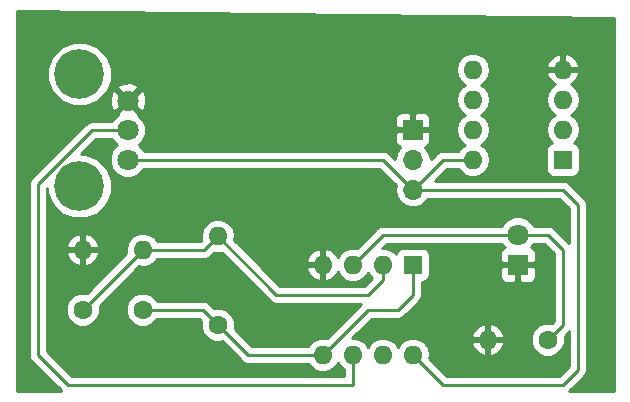
<source format=gbr>
G04 #@! TF.GenerationSoftware,KiCad,Pcbnew,(5.0.0-3-g5ebb6b6)*
G04 #@! TF.CreationDate,2018-09-05T20:54:59-07:00*
G04 #@! TF.ProjectId,Light Sensor with TH,4C696768742053656E736F7220776974,rev?*
G04 #@! TF.SameCoordinates,Original*
G04 #@! TF.FileFunction,Copper,L1,Top,Signal*
G04 #@! TF.FilePolarity,Positive*
%FSLAX46Y46*%
G04 Gerber Fmt 4.6, Leading zero omitted, Abs format (unit mm)*
G04 Created by KiCad (PCBNEW (5.0.0-3-g5ebb6b6)) date Wednesday, September 05, 2018 at 08:54:59 PM*
%MOMM*%
%LPD*%
G01*
G04 APERTURE LIST*
G04 #@! TA.AperFunction,ComponentPad*
%ADD10C,1.600000*%
G04 #@! TD*
G04 #@! TA.AperFunction,ComponentPad*
%ADD11O,1.600000X1.600000*%
G04 #@! TD*
G04 #@! TA.AperFunction,ComponentPad*
%ADD12R,1.700000X1.700000*%
G04 #@! TD*
G04 #@! TA.AperFunction,ComponentPad*
%ADD13O,1.700000X1.700000*%
G04 #@! TD*
G04 #@! TA.AperFunction,ComponentPad*
%ADD14R,1.800000X1.800000*%
G04 #@! TD*
G04 #@! TA.AperFunction,ComponentPad*
%ADD15C,1.800000*%
G04 #@! TD*
G04 #@! TA.AperFunction,ComponentPad*
%ADD16R,1.600000X1.600000*%
G04 #@! TD*
G04 #@! TA.AperFunction,ComponentPad*
%ADD17C,4.200000*%
G04 #@! TD*
G04 #@! TA.AperFunction,ViaPad*
%ADD18C,0.800000*%
G04 #@! TD*
G04 #@! TA.AperFunction,Conductor*
%ADD19C,0.250000*%
G04 #@! TD*
G04 #@! TA.AperFunction,Conductor*
%ADD20C,0.254000*%
G04 #@! TD*
G04 APERTURE END LIST*
D10*
G04 #@! TO.P,C1,1*
G04 #@! TO.N,Net-(C1-Pad1)*
X143510000Y-101600000D03*
D11*
G04 #@! TO.P,C1,2*
G04 #@! TO.N,Net-(C1-Pad2)*
X143510000Y-94100000D03*
G04 #@! TD*
D12*
G04 #@! TO.P,J1,1*
G04 #@! TO.N,GND*
X160020000Y-85090000D03*
D13*
G04 #@! TO.P,J1,2*
G04 #@! TO.N,Net-(J1-Pad2)*
X160020000Y-87630000D03*
G04 #@! TO.P,J1,3*
G04 #@! TO.N,+3V3*
X160020000Y-90170000D03*
G04 #@! TD*
D14*
G04 #@! TO.P,D1,1*
G04 #@! TO.N,GND*
X168910000Y-96520000D03*
D15*
G04 #@! TO.P,D1,2*
G04 #@! TO.N,Net-(D1-Pad2)*
X168910000Y-93980000D03*
G04 #@! TD*
D11*
G04 #@! TO.P,U2,8*
G04 #@! TO.N,+3V3*
X165100000Y-87630000D03*
G04 #@! TO.P,U2,4*
G04 #@! TO.N,GND*
X172720000Y-80010000D03*
G04 #@! TO.P,U2,7*
G04 #@! TO.N,N/C*
X165100000Y-85090000D03*
G04 #@! TO.P,U2,3*
X172720000Y-82550000D03*
G04 #@! TO.P,U2,6*
X165100000Y-82550000D03*
G04 #@! TO.P,U2,2*
X172720000Y-85090000D03*
G04 #@! TO.P,U2,5*
X165100000Y-80010000D03*
D16*
G04 #@! TO.P,U2,1*
X172720000Y-87630000D03*
G04 #@! TD*
G04 #@! TO.P,U1,1*
G04 #@! TO.N,Net-(C1-Pad1)*
X160020000Y-96520000D03*
D11*
G04 #@! TO.P,U1,5*
X152400000Y-104140000D03*
G04 #@! TO.P,U1,2*
G04 #@! TO.N,Net-(C1-Pad2)*
X157480000Y-96520000D03*
G04 #@! TO.P,U1,6*
G04 #@! TO.N,Net-(RV1-Pad2)*
X154940000Y-104140000D03*
G04 #@! TO.P,U1,3*
G04 #@! TO.N,Net-(D1-Pad2)*
X154940000Y-96520000D03*
G04 #@! TO.P,U1,7*
G04 #@! TO.N,Net-(U1-Pad7)*
X157480000Y-104140000D03*
G04 #@! TO.P,U1,4*
G04 #@! TO.N,GND*
X152400000Y-96520000D03*
G04 #@! TO.P,U1,8*
G04 #@! TO.N,+3V3*
X160020000Y-104140000D03*
G04 #@! TD*
D15*
G04 #@! TO.P,RV1,3*
G04 #@! TO.N,GND*
X135890000Y-82630000D03*
G04 #@! TO.P,RV1,2*
G04 #@! TO.N,Net-(RV1-Pad2)*
X135890000Y-85130000D03*
G04 #@! TO.P,RV1,1*
G04 #@! TO.N,+3V3*
X135890000Y-87630000D03*
D17*
G04 #@! TO.P,RV1,*
G04 #@! TO.N,*
X131790000Y-80380000D03*
X131790000Y-89880000D03*
G04 #@! TD*
D10*
G04 #@! TO.P,R3,1*
G04 #@! TO.N,Net-(C1-Pad1)*
X137160000Y-100330000D03*
D11*
G04 #@! TO.P,R3,2*
G04 #@! TO.N,Net-(C1-Pad2)*
X137160000Y-95250000D03*
G04 #@! TD*
G04 #@! TO.P,R2,2*
G04 #@! TO.N,GND*
X166370000Y-102870000D03*
D10*
G04 #@! TO.P,R2,1*
G04 #@! TO.N,Net-(D1-Pad2)*
X171450000Y-102870000D03*
G04 #@! TD*
G04 #@! TO.P,R1,1*
G04 #@! TO.N,Net-(C1-Pad2)*
X132080000Y-100330000D03*
D11*
G04 #@! TO.P,R1,2*
G04 #@! TO.N,GND*
X132080000Y-95250000D03*
G04 #@! TD*
D18*
G04 #@! TO.N,GND*
X175260000Y-77470000D03*
X175260000Y-106680000D03*
X128270000Y-106680000D03*
X128270000Y-77470000D03*
G04 #@! TD*
D19*
G04 #@! TO.N,Net-(C1-Pad2)*
X157480000Y-96520000D02*
X157480000Y-97790000D01*
X157480000Y-97790000D02*
X156210000Y-99060000D01*
X148470000Y-99060000D02*
X143510000Y-94100000D01*
X156210000Y-99060000D02*
X148470000Y-99060000D01*
X132080000Y-100330000D02*
X137160000Y-95250000D01*
X142360000Y-95250000D02*
X143510000Y-94100000D01*
X137160000Y-95250000D02*
X142360000Y-95250000D01*
G04 #@! TO.N,Net-(D1-Pad2)*
X157480000Y-93980000D02*
X154940000Y-96520000D01*
X168910000Y-93980000D02*
X157480000Y-93980000D01*
X168910000Y-93980000D02*
X171450000Y-93980000D01*
X171450000Y-93980000D02*
X172720000Y-95250000D01*
X172720000Y-101600000D02*
X171450000Y-102870000D01*
X172720000Y-95250000D02*
X172720000Y-101600000D01*
G04 #@! TO.N,Net-(C1-Pad1)*
X160020000Y-96520000D02*
X160020000Y-97570000D01*
X142240000Y-100330000D02*
X143510000Y-101600000D01*
X137160000Y-100330000D02*
X142240000Y-100330000D01*
X146050000Y-104140000D02*
X143510000Y-101600000D01*
X152400000Y-104140000D02*
X146050000Y-104140000D01*
X152400000Y-104140000D02*
X156210000Y-100330000D01*
X156210000Y-100330000D02*
X158750000Y-100330000D01*
X160020000Y-99060000D02*
X160020000Y-96520000D01*
X158750000Y-100330000D02*
X160020000Y-99060000D01*
G04 #@! TO.N,Net-(RV1-Pad2)*
X154940000Y-104140000D02*
X154940000Y-106680000D01*
X154940000Y-106680000D02*
X130810000Y-106680000D01*
X130810000Y-106680000D02*
X128270000Y-104140000D01*
X134617208Y-85130000D02*
X135890000Y-85130000D01*
X132871078Y-85130000D02*
X134617208Y-85130000D01*
X128270000Y-89731078D02*
X132871078Y-85130000D01*
X128270000Y-104140000D02*
X128270000Y-89731078D01*
G04 #@! TO.N,+3V3*
X157480000Y-87630000D02*
X160020000Y-90170000D01*
X135890000Y-87630000D02*
X157480000Y-87630000D01*
X162560000Y-87630000D02*
X160020000Y-90170000D01*
X165100000Y-87630000D02*
X162560000Y-87630000D01*
X162560000Y-106680000D02*
X160020000Y-104140000D01*
X172720000Y-106680000D02*
X162560000Y-106680000D01*
X173990000Y-91440000D02*
X173990000Y-105410000D01*
X173990000Y-105410000D02*
X172720000Y-106680000D01*
X172720000Y-90170000D02*
X173990000Y-91440000D01*
X160020000Y-90170000D02*
X172720000Y-90170000D01*
G04 #@! TD*
D20*
G04 #@! TO.N,GND*
G36*
X177065001Y-75656091D02*
X177065000Y-107215000D01*
X173276568Y-107215000D01*
X173310331Y-107164470D01*
X174474473Y-106000329D01*
X174537929Y-105957929D01*
X174705904Y-105706537D01*
X174750000Y-105484852D01*
X174750000Y-105484848D01*
X174764888Y-105410001D01*
X174750000Y-105335154D01*
X174750000Y-91514846D01*
X174764888Y-91439999D01*
X174750000Y-91365152D01*
X174750000Y-91365148D01*
X174705904Y-91143463D01*
X174537929Y-90892071D01*
X174474473Y-90849671D01*
X173310331Y-89685530D01*
X173267929Y-89622071D01*
X173016537Y-89454096D01*
X172794852Y-89410000D01*
X172794847Y-89410000D01*
X172720000Y-89395112D01*
X172645153Y-89410000D01*
X161854802Y-89410000D01*
X162874803Y-88390000D01*
X163881957Y-88390000D01*
X164065423Y-88664577D01*
X164540091Y-88981740D01*
X164958667Y-89065000D01*
X165241333Y-89065000D01*
X165659909Y-88981740D01*
X166134577Y-88664577D01*
X166451740Y-88189909D01*
X166563113Y-87630000D01*
X166451740Y-87070091D01*
X166134577Y-86595423D01*
X165782242Y-86360000D01*
X166134577Y-86124577D01*
X166451740Y-85649909D01*
X166563113Y-85090000D01*
X166451740Y-84530091D01*
X166134577Y-84055423D01*
X165782242Y-83820000D01*
X166134577Y-83584577D01*
X166451740Y-83109909D01*
X166563113Y-82550000D01*
X171256887Y-82550000D01*
X171368260Y-83109909D01*
X171685423Y-83584577D01*
X172037758Y-83820000D01*
X171685423Y-84055423D01*
X171368260Y-84530091D01*
X171256887Y-85090000D01*
X171368260Y-85649909D01*
X171685423Y-86124577D01*
X171806106Y-86205215D01*
X171672235Y-86231843D01*
X171462191Y-86372191D01*
X171321843Y-86582235D01*
X171272560Y-86830000D01*
X171272560Y-88430000D01*
X171321843Y-88677765D01*
X171462191Y-88887809D01*
X171672235Y-89028157D01*
X171920000Y-89077440D01*
X173520000Y-89077440D01*
X173767765Y-89028157D01*
X173977809Y-88887809D01*
X174118157Y-88677765D01*
X174167440Y-88430000D01*
X174167440Y-86830000D01*
X174118157Y-86582235D01*
X173977809Y-86372191D01*
X173767765Y-86231843D01*
X173633894Y-86205215D01*
X173754577Y-86124577D01*
X174071740Y-85649909D01*
X174183113Y-85090000D01*
X174071740Y-84530091D01*
X173754577Y-84055423D01*
X173402242Y-83820000D01*
X173754577Y-83584577D01*
X174071740Y-83109909D01*
X174183113Y-82550000D01*
X174071740Y-81990091D01*
X173754577Y-81515423D01*
X173370892Y-81259053D01*
X173575134Y-81162389D01*
X173951041Y-80747423D01*
X174111904Y-80359039D01*
X173989915Y-80137000D01*
X172847000Y-80137000D01*
X172847000Y-80157000D01*
X172593000Y-80157000D01*
X172593000Y-80137000D01*
X171450085Y-80137000D01*
X171328096Y-80359039D01*
X171488959Y-80747423D01*
X171864866Y-81162389D01*
X172069108Y-81259053D01*
X171685423Y-81515423D01*
X171368260Y-81990091D01*
X171256887Y-82550000D01*
X166563113Y-82550000D01*
X166451740Y-81990091D01*
X166134577Y-81515423D01*
X165782242Y-81280000D01*
X166134577Y-81044577D01*
X166451740Y-80569909D01*
X166563113Y-80010000D01*
X166493685Y-79660961D01*
X171328096Y-79660961D01*
X171450085Y-79883000D01*
X172593000Y-79883000D01*
X172593000Y-78739371D01*
X172847000Y-78739371D01*
X172847000Y-79883000D01*
X173989915Y-79883000D01*
X174111904Y-79660961D01*
X173951041Y-79272577D01*
X173575134Y-78857611D01*
X173069041Y-78618086D01*
X172847000Y-78739371D01*
X172593000Y-78739371D01*
X172370959Y-78618086D01*
X171864866Y-78857611D01*
X171488959Y-79272577D01*
X171328096Y-79660961D01*
X166493685Y-79660961D01*
X166451740Y-79450091D01*
X166134577Y-78975423D01*
X165659909Y-78658260D01*
X165241333Y-78575000D01*
X164958667Y-78575000D01*
X164540091Y-78658260D01*
X164065423Y-78975423D01*
X163748260Y-79450091D01*
X163636887Y-80010000D01*
X163748260Y-80569909D01*
X164065423Y-81044577D01*
X164417758Y-81280000D01*
X164065423Y-81515423D01*
X163748260Y-81990091D01*
X163636887Y-82550000D01*
X163748260Y-83109909D01*
X164065423Y-83584577D01*
X164417758Y-83820000D01*
X164065423Y-84055423D01*
X163748260Y-84530091D01*
X163636887Y-85090000D01*
X163748260Y-85649909D01*
X164065423Y-86124577D01*
X164417758Y-86360000D01*
X164065423Y-86595423D01*
X163881957Y-86870000D01*
X162634846Y-86870000D01*
X162559999Y-86855112D01*
X162485152Y-86870000D01*
X162485148Y-86870000D01*
X162263463Y-86914096D01*
X162263461Y-86914097D01*
X162263462Y-86914097D01*
X162075526Y-87039671D01*
X162075524Y-87039673D01*
X162012071Y-87082071D01*
X161969673Y-87145524D01*
X161525980Y-87589218D01*
X161418839Y-87050582D01*
X161090625Y-86559375D01*
X161068967Y-86544904D01*
X161229698Y-86478327D01*
X161408327Y-86299699D01*
X161505000Y-86066310D01*
X161505000Y-85375750D01*
X161346250Y-85217000D01*
X160147000Y-85217000D01*
X160147000Y-85237000D01*
X159893000Y-85237000D01*
X159893000Y-85217000D01*
X158693750Y-85217000D01*
X158535000Y-85375750D01*
X158535000Y-86066310D01*
X158631673Y-86299699D01*
X158810302Y-86478327D01*
X158971033Y-86544904D01*
X158949375Y-86559375D01*
X158621161Y-87050582D01*
X158514020Y-87589219D01*
X158070331Y-87145530D01*
X158027929Y-87082071D01*
X157776537Y-86914096D01*
X157554852Y-86870000D01*
X157554847Y-86870000D01*
X157480000Y-86855112D01*
X157405153Y-86870000D01*
X137236669Y-86870000D01*
X137191310Y-86760493D01*
X136810817Y-86380000D01*
X137191310Y-85999507D01*
X137425000Y-85435330D01*
X137425000Y-84824670D01*
X137191310Y-84260493D01*
X137044507Y-84113690D01*
X158535000Y-84113690D01*
X158535000Y-84804250D01*
X158693750Y-84963000D01*
X159893000Y-84963000D01*
X159893000Y-83763750D01*
X160147000Y-83763750D01*
X160147000Y-84963000D01*
X161346250Y-84963000D01*
X161505000Y-84804250D01*
X161505000Y-84113690D01*
X161408327Y-83880301D01*
X161229698Y-83701673D01*
X160996309Y-83605000D01*
X160305750Y-83605000D01*
X160147000Y-83763750D01*
X159893000Y-83763750D01*
X159734250Y-83605000D01*
X159043691Y-83605000D01*
X158810302Y-83701673D01*
X158631673Y-83880301D01*
X158535000Y-84113690D01*
X137044507Y-84113690D01*
X136759507Y-83828690D01*
X136751710Y-83825461D01*
X136790554Y-83710159D01*
X135890000Y-82809605D01*
X134989446Y-83710159D01*
X135028290Y-83825461D01*
X135020493Y-83828690D01*
X134588690Y-84260493D01*
X134543331Y-84370000D01*
X132945925Y-84370000D01*
X132871078Y-84355112D01*
X132796231Y-84370000D01*
X132796226Y-84370000D01*
X132574541Y-84414096D01*
X132323149Y-84582071D01*
X132280749Y-84645527D01*
X127785528Y-89140749D01*
X127722072Y-89183149D01*
X127679672Y-89246605D01*
X127679671Y-89246606D01*
X127554097Y-89434541D01*
X127495112Y-89731078D01*
X127510001Y-89805930D01*
X127510000Y-104065153D01*
X127495112Y-104140000D01*
X127510000Y-104214847D01*
X127510000Y-104214851D01*
X127554096Y-104436536D01*
X127722071Y-104687929D01*
X127785530Y-104730331D01*
X130219673Y-107164476D01*
X130253432Y-107215000D01*
X126465000Y-107215000D01*
X126465000Y-79835975D01*
X129055000Y-79835975D01*
X129055000Y-80924025D01*
X129471379Y-81929253D01*
X130240747Y-82698621D01*
X131245975Y-83115000D01*
X132334025Y-83115000D01*
X133339253Y-82698621D01*
X133648538Y-82389336D01*
X134343542Y-82389336D01*
X134369161Y-82999460D01*
X134553357Y-83444148D01*
X134809841Y-83530554D01*
X135710395Y-82630000D01*
X136069605Y-82630000D01*
X136970159Y-83530554D01*
X137226643Y-83444148D01*
X137436458Y-82870664D01*
X137410839Y-82260540D01*
X137226643Y-81815852D01*
X136970159Y-81729446D01*
X136069605Y-82630000D01*
X135710395Y-82630000D01*
X134809841Y-81729446D01*
X134553357Y-81815852D01*
X134343542Y-82389336D01*
X133648538Y-82389336D01*
X134108621Y-81929253D01*
X134265778Y-81549841D01*
X134989446Y-81549841D01*
X135890000Y-82450395D01*
X136790554Y-81549841D01*
X136704148Y-81293357D01*
X136130664Y-81083542D01*
X135520540Y-81109161D01*
X135075852Y-81293357D01*
X134989446Y-81549841D01*
X134265778Y-81549841D01*
X134525000Y-80924025D01*
X134525000Y-79835975D01*
X134108621Y-78830747D01*
X133339253Y-78061379D01*
X132334025Y-77645000D01*
X131245975Y-77645000D01*
X130240747Y-78061379D01*
X129471379Y-78830747D01*
X129055000Y-79835975D01*
X126465000Y-79835975D01*
X126465000Y-75039017D01*
X177065001Y-75656091D01*
X177065001Y-75656091D01*
G37*
X177065001Y-75656091D02*
X177065000Y-107215000D01*
X173276568Y-107215000D01*
X173310331Y-107164470D01*
X174474473Y-106000329D01*
X174537929Y-105957929D01*
X174705904Y-105706537D01*
X174750000Y-105484852D01*
X174750000Y-105484848D01*
X174764888Y-105410001D01*
X174750000Y-105335154D01*
X174750000Y-91514846D01*
X174764888Y-91439999D01*
X174750000Y-91365152D01*
X174750000Y-91365148D01*
X174705904Y-91143463D01*
X174537929Y-90892071D01*
X174474473Y-90849671D01*
X173310331Y-89685530D01*
X173267929Y-89622071D01*
X173016537Y-89454096D01*
X172794852Y-89410000D01*
X172794847Y-89410000D01*
X172720000Y-89395112D01*
X172645153Y-89410000D01*
X161854802Y-89410000D01*
X162874803Y-88390000D01*
X163881957Y-88390000D01*
X164065423Y-88664577D01*
X164540091Y-88981740D01*
X164958667Y-89065000D01*
X165241333Y-89065000D01*
X165659909Y-88981740D01*
X166134577Y-88664577D01*
X166451740Y-88189909D01*
X166563113Y-87630000D01*
X166451740Y-87070091D01*
X166134577Y-86595423D01*
X165782242Y-86360000D01*
X166134577Y-86124577D01*
X166451740Y-85649909D01*
X166563113Y-85090000D01*
X166451740Y-84530091D01*
X166134577Y-84055423D01*
X165782242Y-83820000D01*
X166134577Y-83584577D01*
X166451740Y-83109909D01*
X166563113Y-82550000D01*
X171256887Y-82550000D01*
X171368260Y-83109909D01*
X171685423Y-83584577D01*
X172037758Y-83820000D01*
X171685423Y-84055423D01*
X171368260Y-84530091D01*
X171256887Y-85090000D01*
X171368260Y-85649909D01*
X171685423Y-86124577D01*
X171806106Y-86205215D01*
X171672235Y-86231843D01*
X171462191Y-86372191D01*
X171321843Y-86582235D01*
X171272560Y-86830000D01*
X171272560Y-88430000D01*
X171321843Y-88677765D01*
X171462191Y-88887809D01*
X171672235Y-89028157D01*
X171920000Y-89077440D01*
X173520000Y-89077440D01*
X173767765Y-89028157D01*
X173977809Y-88887809D01*
X174118157Y-88677765D01*
X174167440Y-88430000D01*
X174167440Y-86830000D01*
X174118157Y-86582235D01*
X173977809Y-86372191D01*
X173767765Y-86231843D01*
X173633894Y-86205215D01*
X173754577Y-86124577D01*
X174071740Y-85649909D01*
X174183113Y-85090000D01*
X174071740Y-84530091D01*
X173754577Y-84055423D01*
X173402242Y-83820000D01*
X173754577Y-83584577D01*
X174071740Y-83109909D01*
X174183113Y-82550000D01*
X174071740Y-81990091D01*
X173754577Y-81515423D01*
X173370892Y-81259053D01*
X173575134Y-81162389D01*
X173951041Y-80747423D01*
X174111904Y-80359039D01*
X173989915Y-80137000D01*
X172847000Y-80137000D01*
X172847000Y-80157000D01*
X172593000Y-80157000D01*
X172593000Y-80137000D01*
X171450085Y-80137000D01*
X171328096Y-80359039D01*
X171488959Y-80747423D01*
X171864866Y-81162389D01*
X172069108Y-81259053D01*
X171685423Y-81515423D01*
X171368260Y-81990091D01*
X171256887Y-82550000D01*
X166563113Y-82550000D01*
X166451740Y-81990091D01*
X166134577Y-81515423D01*
X165782242Y-81280000D01*
X166134577Y-81044577D01*
X166451740Y-80569909D01*
X166563113Y-80010000D01*
X166493685Y-79660961D01*
X171328096Y-79660961D01*
X171450085Y-79883000D01*
X172593000Y-79883000D01*
X172593000Y-78739371D01*
X172847000Y-78739371D01*
X172847000Y-79883000D01*
X173989915Y-79883000D01*
X174111904Y-79660961D01*
X173951041Y-79272577D01*
X173575134Y-78857611D01*
X173069041Y-78618086D01*
X172847000Y-78739371D01*
X172593000Y-78739371D01*
X172370959Y-78618086D01*
X171864866Y-78857611D01*
X171488959Y-79272577D01*
X171328096Y-79660961D01*
X166493685Y-79660961D01*
X166451740Y-79450091D01*
X166134577Y-78975423D01*
X165659909Y-78658260D01*
X165241333Y-78575000D01*
X164958667Y-78575000D01*
X164540091Y-78658260D01*
X164065423Y-78975423D01*
X163748260Y-79450091D01*
X163636887Y-80010000D01*
X163748260Y-80569909D01*
X164065423Y-81044577D01*
X164417758Y-81280000D01*
X164065423Y-81515423D01*
X163748260Y-81990091D01*
X163636887Y-82550000D01*
X163748260Y-83109909D01*
X164065423Y-83584577D01*
X164417758Y-83820000D01*
X164065423Y-84055423D01*
X163748260Y-84530091D01*
X163636887Y-85090000D01*
X163748260Y-85649909D01*
X164065423Y-86124577D01*
X164417758Y-86360000D01*
X164065423Y-86595423D01*
X163881957Y-86870000D01*
X162634846Y-86870000D01*
X162559999Y-86855112D01*
X162485152Y-86870000D01*
X162485148Y-86870000D01*
X162263463Y-86914096D01*
X162263461Y-86914097D01*
X162263462Y-86914097D01*
X162075526Y-87039671D01*
X162075524Y-87039673D01*
X162012071Y-87082071D01*
X161969673Y-87145524D01*
X161525980Y-87589218D01*
X161418839Y-87050582D01*
X161090625Y-86559375D01*
X161068967Y-86544904D01*
X161229698Y-86478327D01*
X161408327Y-86299699D01*
X161505000Y-86066310D01*
X161505000Y-85375750D01*
X161346250Y-85217000D01*
X160147000Y-85217000D01*
X160147000Y-85237000D01*
X159893000Y-85237000D01*
X159893000Y-85217000D01*
X158693750Y-85217000D01*
X158535000Y-85375750D01*
X158535000Y-86066310D01*
X158631673Y-86299699D01*
X158810302Y-86478327D01*
X158971033Y-86544904D01*
X158949375Y-86559375D01*
X158621161Y-87050582D01*
X158514020Y-87589219D01*
X158070331Y-87145530D01*
X158027929Y-87082071D01*
X157776537Y-86914096D01*
X157554852Y-86870000D01*
X157554847Y-86870000D01*
X157480000Y-86855112D01*
X157405153Y-86870000D01*
X137236669Y-86870000D01*
X137191310Y-86760493D01*
X136810817Y-86380000D01*
X137191310Y-85999507D01*
X137425000Y-85435330D01*
X137425000Y-84824670D01*
X137191310Y-84260493D01*
X137044507Y-84113690D01*
X158535000Y-84113690D01*
X158535000Y-84804250D01*
X158693750Y-84963000D01*
X159893000Y-84963000D01*
X159893000Y-83763750D01*
X160147000Y-83763750D01*
X160147000Y-84963000D01*
X161346250Y-84963000D01*
X161505000Y-84804250D01*
X161505000Y-84113690D01*
X161408327Y-83880301D01*
X161229698Y-83701673D01*
X160996309Y-83605000D01*
X160305750Y-83605000D01*
X160147000Y-83763750D01*
X159893000Y-83763750D01*
X159734250Y-83605000D01*
X159043691Y-83605000D01*
X158810302Y-83701673D01*
X158631673Y-83880301D01*
X158535000Y-84113690D01*
X137044507Y-84113690D01*
X136759507Y-83828690D01*
X136751710Y-83825461D01*
X136790554Y-83710159D01*
X135890000Y-82809605D01*
X134989446Y-83710159D01*
X135028290Y-83825461D01*
X135020493Y-83828690D01*
X134588690Y-84260493D01*
X134543331Y-84370000D01*
X132945925Y-84370000D01*
X132871078Y-84355112D01*
X132796231Y-84370000D01*
X132796226Y-84370000D01*
X132574541Y-84414096D01*
X132323149Y-84582071D01*
X132280749Y-84645527D01*
X127785528Y-89140749D01*
X127722072Y-89183149D01*
X127679672Y-89246605D01*
X127679671Y-89246606D01*
X127554097Y-89434541D01*
X127495112Y-89731078D01*
X127510001Y-89805930D01*
X127510000Y-104065153D01*
X127495112Y-104140000D01*
X127510000Y-104214847D01*
X127510000Y-104214851D01*
X127554096Y-104436536D01*
X127722071Y-104687929D01*
X127785530Y-104730331D01*
X130219673Y-107164476D01*
X130253432Y-107215000D01*
X126465000Y-107215000D01*
X126465000Y-79835975D01*
X129055000Y-79835975D01*
X129055000Y-80924025D01*
X129471379Y-81929253D01*
X130240747Y-82698621D01*
X131245975Y-83115000D01*
X132334025Y-83115000D01*
X133339253Y-82698621D01*
X133648538Y-82389336D01*
X134343542Y-82389336D01*
X134369161Y-82999460D01*
X134553357Y-83444148D01*
X134809841Y-83530554D01*
X135710395Y-82630000D01*
X136069605Y-82630000D01*
X136970159Y-83530554D01*
X137226643Y-83444148D01*
X137436458Y-82870664D01*
X137410839Y-82260540D01*
X137226643Y-81815852D01*
X136970159Y-81729446D01*
X136069605Y-82630000D01*
X135710395Y-82630000D01*
X134809841Y-81729446D01*
X134553357Y-81815852D01*
X134343542Y-82389336D01*
X133648538Y-82389336D01*
X134108621Y-81929253D01*
X134265778Y-81549841D01*
X134989446Y-81549841D01*
X135890000Y-82450395D01*
X136790554Y-81549841D01*
X136704148Y-81293357D01*
X136130664Y-81083542D01*
X135520540Y-81109161D01*
X135075852Y-81293357D01*
X134989446Y-81549841D01*
X134265778Y-81549841D01*
X134525000Y-80924025D01*
X134525000Y-79835975D01*
X134108621Y-78830747D01*
X133339253Y-78061379D01*
X132334025Y-77645000D01*
X131245975Y-77645000D01*
X130240747Y-78061379D01*
X129471379Y-78830747D01*
X129055000Y-79835975D01*
X126465000Y-79835975D01*
X126465000Y-75039017D01*
X177065001Y-75656091D01*
G36*
X167608690Y-94849507D02*
X167785044Y-95025861D01*
X167650301Y-95081673D01*
X167471673Y-95260302D01*
X167375000Y-95493691D01*
X167375000Y-96234250D01*
X167533750Y-96393000D01*
X168783000Y-96393000D01*
X168783000Y-96373000D01*
X169037000Y-96373000D01*
X169037000Y-96393000D01*
X170286250Y-96393000D01*
X170445000Y-96234250D01*
X170445000Y-95493691D01*
X170348327Y-95260302D01*
X170169699Y-95081673D01*
X170034956Y-95025861D01*
X170211310Y-94849507D01*
X170256669Y-94740000D01*
X171135199Y-94740000D01*
X171960000Y-95564802D01*
X171960001Y-101285197D01*
X171788302Y-101456897D01*
X171735439Y-101435000D01*
X171164561Y-101435000D01*
X170637138Y-101653466D01*
X170233466Y-102057138D01*
X170015000Y-102584561D01*
X170015000Y-103155439D01*
X170233466Y-103682862D01*
X170637138Y-104086534D01*
X171164561Y-104305000D01*
X171735439Y-104305000D01*
X172262862Y-104086534D01*
X172666534Y-103682862D01*
X172885000Y-103155439D01*
X172885000Y-102584561D01*
X172863103Y-102531698D01*
X173204473Y-102190329D01*
X173230001Y-102173272D01*
X173230001Y-105095197D01*
X172405199Y-105920000D01*
X162874803Y-105920000D01*
X161418688Y-104463886D01*
X161483113Y-104140000D01*
X161371740Y-103580091D01*
X161130493Y-103219039D01*
X164978096Y-103219039D01*
X165138959Y-103607423D01*
X165514866Y-104022389D01*
X166020959Y-104261914D01*
X166243000Y-104140629D01*
X166243000Y-102997000D01*
X166497000Y-102997000D01*
X166497000Y-104140629D01*
X166719041Y-104261914D01*
X167225134Y-104022389D01*
X167601041Y-103607423D01*
X167761904Y-103219039D01*
X167639915Y-102997000D01*
X166497000Y-102997000D01*
X166243000Y-102997000D01*
X165100085Y-102997000D01*
X164978096Y-103219039D01*
X161130493Y-103219039D01*
X161054577Y-103105423D01*
X160579909Y-102788260D01*
X160161333Y-102705000D01*
X159878667Y-102705000D01*
X159460091Y-102788260D01*
X158985423Y-103105423D01*
X158750000Y-103457758D01*
X158514577Y-103105423D01*
X158039909Y-102788260D01*
X157621333Y-102705000D01*
X157338667Y-102705000D01*
X156920091Y-102788260D01*
X156445423Y-103105423D01*
X156210000Y-103457758D01*
X155974577Y-103105423D01*
X155499909Y-102788260D01*
X155081333Y-102705000D01*
X154909802Y-102705000D01*
X155093841Y-102520961D01*
X164978096Y-102520961D01*
X165100085Y-102743000D01*
X166243000Y-102743000D01*
X166243000Y-101599371D01*
X166497000Y-101599371D01*
X166497000Y-102743000D01*
X167639915Y-102743000D01*
X167761904Y-102520961D01*
X167601041Y-102132577D01*
X167225134Y-101717611D01*
X166719041Y-101478086D01*
X166497000Y-101599371D01*
X166243000Y-101599371D01*
X166020959Y-101478086D01*
X165514866Y-101717611D01*
X165138959Y-102132577D01*
X164978096Y-102520961D01*
X155093841Y-102520961D01*
X156524802Y-101090000D01*
X158675153Y-101090000D01*
X158750000Y-101104888D01*
X158824847Y-101090000D01*
X158824852Y-101090000D01*
X159046537Y-101045904D01*
X159297929Y-100877929D01*
X159340331Y-100814470D01*
X160504473Y-99650329D01*
X160567929Y-99607929D01*
X160735904Y-99356537D01*
X160780000Y-99134852D01*
X160780000Y-99134848D01*
X160794888Y-99060001D01*
X160780000Y-98985154D01*
X160780000Y-97967440D01*
X160820000Y-97967440D01*
X161067765Y-97918157D01*
X161277809Y-97777809D01*
X161418157Y-97567765D01*
X161467440Y-97320000D01*
X161467440Y-96805750D01*
X167375000Y-96805750D01*
X167375000Y-97546309D01*
X167471673Y-97779698D01*
X167650301Y-97958327D01*
X167883690Y-98055000D01*
X168624250Y-98055000D01*
X168783000Y-97896250D01*
X168783000Y-96647000D01*
X169037000Y-96647000D01*
X169037000Y-97896250D01*
X169195750Y-98055000D01*
X169936310Y-98055000D01*
X170169699Y-97958327D01*
X170348327Y-97779698D01*
X170445000Y-97546309D01*
X170445000Y-96805750D01*
X170286250Y-96647000D01*
X169037000Y-96647000D01*
X168783000Y-96647000D01*
X167533750Y-96647000D01*
X167375000Y-96805750D01*
X161467440Y-96805750D01*
X161467440Y-95720000D01*
X161418157Y-95472235D01*
X161277809Y-95262191D01*
X161067765Y-95121843D01*
X160820000Y-95072560D01*
X159220000Y-95072560D01*
X158972235Y-95121843D01*
X158762191Y-95262191D01*
X158621843Y-95472235D01*
X158595215Y-95606106D01*
X158514577Y-95485423D01*
X158039909Y-95168260D01*
X157621333Y-95085000D01*
X157449803Y-95085000D01*
X157794803Y-94740000D01*
X167563331Y-94740000D01*
X167608690Y-94849507D01*
X167608690Y-94849507D01*
G37*
X167608690Y-94849507D02*
X167785044Y-95025861D01*
X167650301Y-95081673D01*
X167471673Y-95260302D01*
X167375000Y-95493691D01*
X167375000Y-96234250D01*
X167533750Y-96393000D01*
X168783000Y-96393000D01*
X168783000Y-96373000D01*
X169037000Y-96373000D01*
X169037000Y-96393000D01*
X170286250Y-96393000D01*
X170445000Y-96234250D01*
X170445000Y-95493691D01*
X170348327Y-95260302D01*
X170169699Y-95081673D01*
X170034956Y-95025861D01*
X170211310Y-94849507D01*
X170256669Y-94740000D01*
X171135199Y-94740000D01*
X171960000Y-95564802D01*
X171960001Y-101285197D01*
X171788302Y-101456897D01*
X171735439Y-101435000D01*
X171164561Y-101435000D01*
X170637138Y-101653466D01*
X170233466Y-102057138D01*
X170015000Y-102584561D01*
X170015000Y-103155439D01*
X170233466Y-103682862D01*
X170637138Y-104086534D01*
X171164561Y-104305000D01*
X171735439Y-104305000D01*
X172262862Y-104086534D01*
X172666534Y-103682862D01*
X172885000Y-103155439D01*
X172885000Y-102584561D01*
X172863103Y-102531698D01*
X173204473Y-102190329D01*
X173230001Y-102173272D01*
X173230001Y-105095197D01*
X172405199Y-105920000D01*
X162874803Y-105920000D01*
X161418688Y-104463886D01*
X161483113Y-104140000D01*
X161371740Y-103580091D01*
X161130493Y-103219039D01*
X164978096Y-103219039D01*
X165138959Y-103607423D01*
X165514866Y-104022389D01*
X166020959Y-104261914D01*
X166243000Y-104140629D01*
X166243000Y-102997000D01*
X166497000Y-102997000D01*
X166497000Y-104140629D01*
X166719041Y-104261914D01*
X167225134Y-104022389D01*
X167601041Y-103607423D01*
X167761904Y-103219039D01*
X167639915Y-102997000D01*
X166497000Y-102997000D01*
X166243000Y-102997000D01*
X165100085Y-102997000D01*
X164978096Y-103219039D01*
X161130493Y-103219039D01*
X161054577Y-103105423D01*
X160579909Y-102788260D01*
X160161333Y-102705000D01*
X159878667Y-102705000D01*
X159460091Y-102788260D01*
X158985423Y-103105423D01*
X158750000Y-103457758D01*
X158514577Y-103105423D01*
X158039909Y-102788260D01*
X157621333Y-102705000D01*
X157338667Y-102705000D01*
X156920091Y-102788260D01*
X156445423Y-103105423D01*
X156210000Y-103457758D01*
X155974577Y-103105423D01*
X155499909Y-102788260D01*
X155081333Y-102705000D01*
X154909802Y-102705000D01*
X155093841Y-102520961D01*
X164978096Y-102520961D01*
X165100085Y-102743000D01*
X166243000Y-102743000D01*
X166243000Y-101599371D01*
X166497000Y-101599371D01*
X166497000Y-102743000D01*
X167639915Y-102743000D01*
X167761904Y-102520961D01*
X167601041Y-102132577D01*
X167225134Y-101717611D01*
X166719041Y-101478086D01*
X166497000Y-101599371D01*
X166243000Y-101599371D01*
X166020959Y-101478086D01*
X165514866Y-101717611D01*
X165138959Y-102132577D01*
X164978096Y-102520961D01*
X155093841Y-102520961D01*
X156524802Y-101090000D01*
X158675153Y-101090000D01*
X158750000Y-101104888D01*
X158824847Y-101090000D01*
X158824852Y-101090000D01*
X159046537Y-101045904D01*
X159297929Y-100877929D01*
X159340331Y-100814470D01*
X160504473Y-99650329D01*
X160567929Y-99607929D01*
X160735904Y-99356537D01*
X160780000Y-99134852D01*
X160780000Y-99134848D01*
X160794888Y-99060001D01*
X160780000Y-98985154D01*
X160780000Y-97967440D01*
X160820000Y-97967440D01*
X161067765Y-97918157D01*
X161277809Y-97777809D01*
X161418157Y-97567765D01*
X161467440Y-97320000D01*
X161467440Y-96805750D01*
X167375000Y-96805750D01*
X167375000Y-97546309D01*
X167471673Y-97779698D01*
X167650301Y-97958327D01*
X167883690Y-98055000D01*
X168624250Y-98055000D01*
X168783000Y-97896250D01*
X168783000Y-96647000D01*
X169037000Y-96647000D01*
X169037000Y-97896250D01*
X169195750Y-98055000D01*
X169936310Y-98055000D01*
X170169699Y-97958327D01*
X170348327Y-97779698D01*
X170445000Y-97546309D01*
X170445000Y-96805750D01*
X170286250Y-96647000D01*
X169037000Y-96647000D01*
X168783000Y-96647000D01*
X167533750Y-96647000D01*
X167375000Y-96805750D01*
X161467440Y-96805750D01*
X161467440Y-95720000D01*
X161418157Y-95472235D01*
X161277809Y-95262191D01*
X161067765Y-95121843D01*
X160820000Y-95072560D01*
X159220000Y-95072560D01*
X158972235Y-95121843D01*
X158762191Y-95262191D01*
X158621843Y-95472235D01*
X158595215Y-95606106D01*
X158514577Y-95485423D01*
X158039909Y-95168260D01*
X157621333Y-95085000D01*
X157449803Y-95085000D01*
X157794803Y-94740000D01*
X167563331Y-94740000D01*
X167608690Y-94849507D01*
G36*
X134588690Y-85999507D02*
X134969183Y-86380000D01*
X134588690Y-86760493D01*
X134355000Y-87324670D01*
X134355000Y-87935330D01*
X134588690Y-88499507D01*
X135020493Y-88931310D01*
X135584670Y-89165000D01*
X136195330Y-89165000D01*
X136759507Y-88931310D01*
X137191310Y-88499507D01*
X137236669Y-88390000D01*
X157165199Y-88390000D01*
X158578791Y-89803593D01*
X158505908Y-90170000D01*
X158621161Y-90749418D01*
X158949375Y-91240625D01*
X159440582Y-91568839D01*
X159873744Y-91655000D01*
X160166256Y-91655000D01*
X160599418Y-91568839D01*
X161090625Y-91240625D01*
X161298178Y-90930000D01*
X172405199Y-90930000D01*
X173230000Y-91754802D01*
X173230000Y-94676728D01*
X173204473Y-94659671D01*
X172040331Y-93495530D01*
X171997929Y-93432071D01*
X171746537Y-93264096D01*
X171524852Y-93220000D01*
X171524847Y-93220000D01*
X171450000Y-93205112D01*
X171375153Y-93220000D01*
X170256669Y-93220000D01*
X170211310Y-93110493D01*
X169779507Y-92678690D01*
X169215330Y-92445000D01*
X168604670Y-92445000D01*
X168040493Y-92678690D01*
X167608690Y-93110493D01*
X167563331Y-93220000D01*
X157554846Y-93220000D01*
X157479999Y-93205112D01*
X157405152Y-93220000D01*
X157405148Y-93220000D01*
X157183463Y-93264096D01*
X157183461Y-93264097D01*
X157183462Y-93264097D01*
X156995526Y-93389671D01*
X156995524Y-93389673D01*
X156932071Y-93432071D01*
X156889673Y-93495524D01*
X155263886Y-95121312D01*
X155081333Y-95085000D01*
X154798667Y-95085000D01*
X154380091Y-95168260D01*
X153905423Y-95485423D01*
X153649053Y-95869108D01*
X153552389Y-95664866D01*
X153137423Y-95288959D01*
X152749039Y-95128096D01*
X152527000Y-95250085D01*
X152527000Y-96393000D01*
X152547000Y-96393000D01*
X152547000Y-96647000D01*
X152527000Y-96647000D01*
X152527000Y-97789915D01*
X152749039Y-97911904D01*
X153137423Y-97751041D01*
X153552389Y-97375134D01*
X153649053Y-97170892D01*
X153905423Y-97554577D01*
X154380091Y-97871740D01*
X154798667Y-97955000D01*
X155081333Y-97955000D01*
X155499909Y-97871740D01*
X155974577Y-97554577D01*
X156210000Y-97202242D01*
X156445423Y-97554577D01*
X156562436Y-97632762D01*
X155895199Y-98300000D01*
X148784802Y-98300000D01*
X147353843Y-96869041D01*
X151008086Y-96869041D01*
X151247611Y-97375134D01*
X151662577Y-97751041D01*
X152050961Y-97911904D01*
X152273000Y-97789915D01*
X152273000Y-96647000D01*
X151129371Y-96647000D01*
X151008086Y-96869041D01*
X147353843Y-96869041D01*
X146655761Y-96170959D01*
X151008086Y-96170959D01*
X151129371Y-96393000D01*
X152273000Y-96393000D01*
X152273000Y-95250085D01*
X152050961Y-95128096D01*
X151662577Y-95288959D01*
X151247611Y-95664866D01*
X151008086Y-96170959D01*
X146655761Y-96170959D01*
X144908688Y-94423887D01*
X144973113Y-94100000D01*
X144861740Y-93540091D01*
X144544577Y-93065423D01*
X144069909Y-92748260D01*
X143651333Y-92665000D01*
X143368667Y-92665000D01*
X142950091Y-92748260D01*
X142475423Y-93065423D01*
X142158260Y-93540091D01*
X142046887Y-94100000D01*
X142111312Y-94423887D01*
X142045199Y-94490000D01*
X138378043Y-94490000D01*
X138194577Y-94215423D01*
X137719909Y-93898260D01*
X137301333Y-93815000D01*
X137018667Y-93815000D01*
X136600091Y-93898260D01*
X136125423Y-94215423D01*
X135808260Y-94690091D01*
X135696887Y-95250000D01*
X135761312Y-95573886D01*
X132418302Y-98916897D01*
X132365439Y-98895000D01*
X131794561Y-98895000D01*
X131267138Y-99113466D01*
X130863466Y-99517138D01*
X130645000Y-100044561D01*
X130645000Y-100615439D01*
X130863466Y-101142862D01*
X131267138Y-101546534D01*
X131794561Y-101765000D01*
X132365439Y-101765000D01*
X132892862Y-101546534D01*
X133296534Y-101142862D01*
X133515000Y-100615439D01*
X133515000Y-100044561D01*
X133493103Y-99991698D01*
X136836114Y-96648688D01*
X137018667Y-96685000D01*
X137301333Y-96685000D01*
X137719909Y-96601740D01*
X138194577Y-96284577D01*
X138378043Y-96010000D01*
X142285153Y-96010000D01*
X142360000Y-96024888D01*
X142434847Y-96010000D01*
X142434852Y-96010000D01*
X142656537Y-95965904D01*
X142907929Y-95797929D01*
X142950331Y-95734470D01*
X143186113Y-95498688D01*
X143368667Y-95535000D01*
X143651333Y-95535000D01*
X143833887Y-95498688D01*
X147879671Y-99544473D01*
X147922071Y-99607929D01*
X148173463Y-99775904D01*
X148395148Y-99820000D01*
X148395152Y-99820000D01*
X148469999Y-99834888D01*
X148544846Y-99820000D01*
X155636728Y-99820000D01*
X155619671Y-99845527D01*
X152723887Y-102741312D01*
X152541333Y-102705000D01*
X152258667Y-102705000D01*
X151840091Y-102788260D01*
X151365423Y-103105423D01*
X151181957Y-103380000D01*
X146364803Y-103380000D01*
X144923103Y-101938302D01*
X144945000Y-101885439D01*
X144945000Y-101314561D01*
X144726534Y-100787138D01*
X144322862Y-100383466D01*
X143795439Y-100165000D01*
X143224561Y-100165000D01*
X143171698Y-100186897D01*
X142830331Y-99845530D01*
X142787929Y-99782071D01*
X142536537Y-99614096D01*
X142314852Y-99570000D01*
X142314847Y-99570000D01*
X142240000Y-99555112D01*
X142165153Y-99570000D01*
X138398430Y-99570000D01*
X138376534Y-99517138D01*
X137972862Y-99113466D01*
X137445439Y-98895000D01*
X136874561Y-98895000D01*
X136347138Y-99113466D01*
X135943466Y-99517138D01*
X135725000Y-100044561D01*
X135725000Y-100615439D01*
X135943466Y-101142862D01*
X136347138Y-101546534D01*
X136874561Y-101765000D01*
X137445439Y-101765000D01*
X137972862Y-101546534D01*
X138376534Y-101142862D01*
X138398430Y-101090000D01*
X141925199Y-101090000D01*
X142096897Y-101261698D01*
X142075000Y-101314561D01*
X142075000Y-101885439D01*
X142293466Y-102412862D01*
X142697138Y-102816534D01*
X143224561Y-103035000D01*
X143795439Y-103035000D01*
X143848302Y-103013103D01*
X145459673Y-104624476D01*
X145502071Y-104687929D01*
X145565524Y-104730327D01*
X145565526Y-104730329D01*
X145690902Y-104814102D01*
X145753463Y-104855904D01*
X145975148Y-104900000D01*
X145975152Y-104900000D01*
X146049999Y-104914888D01*
X146124846Y-104900000D01*
X151181957Y-104900000D01*
X151365423Y-105174577D01*
X151840091Y-105491740D01*
X152258667Y-105575000D01*
X152541333Y-105575000D01*
X152959909Y-105491740D01*
X153434577Y-105174577D01*
X153670000Y-104822242D01*
X153905423Y-105174577D01*
X154180000Y-105358044D01*
X154180001Y-105920000D01*
X131124803Y-105920000D01*
X129030000Y-103825199D01*
X129030000Y-95599041D01*
X130688086Y-95599041D01*
X130927611Y-96105134D01*
X131342577Y-96481041D01*
X131730961Y-96641904D01*
X131953000Y-96519915D01*
X131953000Y-95377000D01*
X132207000Y-95377000D01*
X132207000Y-96519915D01*
X132429039Y-96641904D01*
X132817423Y-96481041D01*
X133232389Y-96105134D01*
X133471914Y-95599041D01*
X133350629Y-95377000D01*
X132207000Y-95377000D01*
X131953000Y-95377000D01*
X130809371Y-95377000D01*
X130688086Y-95599041D01*
X129030000Y-95599041D01*
X129030000Y-94900959D01*
X130688086Y-94900959D01*
X130809371Y-95123000D01*
X131953000Y-95123000D01*
X131953000Y-93980085D01*
X132207000Y-93980085D01*
X132207000Y-95123000D01*
X133350629Y-95123000D01*
X133471914Y-94900959D01*
X133232389Y-94394866D01*
X132817423Y-94018959D01*
X132429039Y-93858096D01*
X132207000Y-93980085D01*
X131953000Y-93980085D01*
X131730961Y-93858096D01*
X131342577Y-94018959D01*
X130927611Y-94394866D01*
X130688086Y-94900959D01*
X129030000Y-94900959D01*
X129030000Y-90045879D01*
X129055000Y-90020879D01*
X129055000Y-90424025D01*
X129471379Y-91429253D01*
X130240747Y-92198621D01*
X131245975Y-92615000D01*
X132334025Y-92615000D01*
X133339253Y-92198621D01*
X134108621Y-91429253D01*
X134525000Y-90424025D01*
X134525000Y-89335975D01*
X134108621Y-88330747D01*
X133339253Y-87561379D01*
X132334025Y-87145000D01*
X131930880Y-87145000D01*
X133185880Y-85890000D01*
X134543331Y-85890000D01*
X134588690Y-85999507D01*
X134588690Y-85999507D01*
G37*
X134588690Y-85999507D02*
X134969183Y-86380000D01*
X134588690Y-86760493D01*
X134355000Y-87324670D01*
X134355000Y-87935330D01*
X134588690Y-88499507D01*
X135020493Y-88931310D01*
X135584670Y-89165000D01*
X136195330Y-89165000D01*
X136759507Y-88931310D01*
X137191310Y-88499507D01*
X137236669Y-88390000D01*
X157165199Y-88390000D01*
X158578791Y-89803593D01*
X158505908Y-90170000D01*
X158621161Y-90749418D01*
X158949375Y-91240625D01*
X159440582Y-91568839D01*
X159873744Y-91655000D01*
X160166256Y-91655000D01*
X160599418Y-91568839D01*
X161090625Y-91240625D01*
X161298178Y-90930000D01*
X172405199Y-90930000D01*
X173230000Y-91754802D01*
X173230000Y-94676728D01*
X173204473Y-94659671D01*
X172040331Y-93495530D01*
X171997929Y-93432071D01*
X171746537Y-93264096D01*
X171524852Y-93220000D01*
X171524847Y-93220000D01*
X171450000Y-93205112D01*
X171375153Y-93220000D01*
X170256669Y-93220000D01*
X170211310Y-93110493D01*
X169779507Y-92678690D01*
X169215330Y-92445000D01*
X168604670Y-92445000D01*
X168040493Y-92678690D01*
X167608690Y-93110493D01*
X167563331Y-93220000D01*
X157554846Y-93220000D01*
X157479999Y-93205112D01*
X157405152Y-93220000D01*
X157405148Y-93220000D01*
X157183463Y-93264096D01*
X157183461Y-93264097D01*
X157183462Y-93264097D01*
X156995526Y-93389671D01*
X156995524Y-93389673D01*
X156932071Y-93432071D01*
X156889673Y-93495524D01*
X155263886Y-95121312D01*
X155081333Y-95085000D01*
X154798667Y-95085000D01*
X154380091Y-95168260D01*
X153905423Y-95485423D01*
X153649053Y-95869108D01*
X153552389Y-95664866D01*
X153137423Y-95288959D01*
X152749039Y-95128096D01*
X152527000Y-95250085D01*
X152527000Y-96393000D01*
X152547000Y-96393000D01*
X152547000Y-96647000D01*
X152527000Y-96647000D01*
X152527000Y-97789915D01*
X152749039Y-97911904D01*
X153137423Y-97751041D01*
X153552389Y-97375134D01*
X153649053Y-97170892D01*
X153905423Y-97554577D01*
X154380091Y-97871740D01*
X154798667Y-97955000D01*
X155081333Y-97955000D01*
X155499909Y-97871740D01*
X155974577Y-97554577D01*
X156210000Y-97202242D01*
X156445423Y-97554577D01*
X156562436Y-97632762D01*
X155895199Y-98300000D01*
X148784802Y-98300000D01*
X147353843Y-96869041D01*
X151008086Y-96869041D01*
X151247611Y-97375134D01*
X151662577Y-97751041D01*
X152050961Y-97911904D01*
X152273000Y-97789915D01*
X152273000Y-96647000D01*
X151129371Y-96647000D01*
X151008086Y-96869041D01*
X147353843Y-96869041D01*
X146655761Y-96170959D01*
X151008086Y-96170959D01*
X151129371Y-96393000D01*
X152273000Y-96393000D01*
X152273000Y-95250085D01*
X152050961Y-95128096D01*
X151662577Y-95288959D01*
X151247611Y-95664866D01*
X151008086Y-96170959D01*
X146655761Y-96170959D01*
X144908688Y-94423887D01*
X144973113Y-94100000D01*
X144861740Y-93540091D01*
X144544577Y-93065423D01*
X144069909Y-92748260D01*
X143651333Y-92665000D01*
X143368667Y-92665000D01*
X142950091Y-92748260D01*
X142475423Y-93065423D01*
X142158260Y-93540091D01*
X142046887Y-94100000D01*
X142111312Y-94423887D01*
X142045199Y-94490000D01*
X138378043Y-94490000D01*
X138194577Y-94215423D01*
X137719909Y-93898260D01*
X137301333Y-93815000D01*
X137018667Y-93815000D01*
X136600091Y-93898260D01*
X136125423Y-94215423D01*
X135808260Y-94690091D01*
X135696887Y-95250000D01*
X135761312Y-95573886D01*
X132418302Y-98916897D01*
X132365439Y-98895000D01*
X131794561Y-98895000D01*
X131267138Y-99113466D01*
X130863466Y-99517138D01*
X130645000Y-100044561D01*
X130645000Y-100615439D01*
X130863466Y-101142862D01*
X131267138Y-101546534D01*
X131794561Y-101765000D01*
X132365439Y-101765000D01*
X132892862Y-101546534D01*
X133296534Y-101142862D01*
X133515000Y-100615439D01*
X133515000Y-100044561D01*
X133493103Y-99991698D01*
X136836114Y-96648688D01*
X137018667Y-96685000D01*
X137301333Y-96685000D01*
X137719909Y-96601740D01*
X138194577Y-96284577D01*
X138378043Y-96010000D01*
X142285153Y-96010000D01*
X142360000Y-96024888D01*
X142434847Y-96010000D01*
X142434852Y-96010000D01*
X142656537Y-95965904D01*
X142907929Y-95797929D01*
X142950331Y-95734470D01*
X143186113Y-95498688D01*
X143368667Y-95535000D01*
X143651333Y-95535000D01*
X143833887Y-95498688D01*
X147879671Y-99544473D01*
X147922071Y-99607929D01*
X148173463Y-99775904D01*
X148395148Y-99820000D01*
X148395152Y-99820000D01*
X148469999Y-99834888D01*
X148544846Y-99820000D01*
X155636728Y-99820000D01*
X155619671Y-99845527D01*
X152723887Y-102741312D01*
X152541333Y-102705000D01*
X152258667Y-102705000D01*
X151840091Y-102788260D01*
X151365423Y-103105423D01*
X151181957Y-103380000D01*
X146364803Y-103380000D01*
X144923103Y-101938302D01*
X144945000Y-101885439D01*
X144945000Y-101314561D01*
X144726534Y-100787138D01*
X144322862Y-100383466D01*
X143795439Y-100165000D01*
X143224561Y-100165000D01*
X143171698Y-100186897D01*
X142830331Y-99845530D01*
X142787929Y-99782071D01*
X142536537Y-99614096D01*
X142314852Y-99570000D01*
X142314847Y-99570000D01*
X142240000Y-99555112D01*
X142165153Y-99570000D01*
X138398430Y-99570000D01*
X138376534Y-99517138D01*
X137972862Y-99113466D01*
X137445439Y-98895000D01*
X136874561Y-98895000D01*
X136347138Y-99113466D01*
X135943466Y-99517138D01*
X135725000Y-100044561D01*
X135725000Y-100615439D01*
X135943466Y-101142862D01*
X136347138Y-101546534D01*
X136874561Y-101765000D01*
X137445439Y-101765000D01*
X137972862Y-101546534D01*
X138376534Y-101142862D01*
X138398430Y-101090000D01*
X141925199Y-101090000D01*
X142096897Y-101261698D01*
X142075000Y-101314561D01*
X142075000Y-101885439D01*
X142293466Y-102412862D01*
X142697138Y-102816534D01*
X143224561Y-103035000D01*
X143795439Y-103035000D01*
X143848302Y-103013103D01*
X145459673Y-104624476D01*
X145502071Y-104687929D01*
X145565524Y-104730327D01*
X145565526Y-104730329D01*
X145690902Y-104814102D01*
X145753463Y-104855904D01*
X145975148Y-104900000D01*
X145975152Y-104900000D01*
X146049999Y-104914888D01*
X146124846Y-104900000D01*
X151181957Y-104900000D01*
X151365423Y-105174577D01*
X151840091Y-105491740D01*
X152258667Y-105575000D01*
X152541333Y-105575000D01*
X152959909Y-105491740D01*
X153434577Y-105174577D01*
X153670000Y-104822242D01*
X153905423Y-105174577D01*
X154180000Y-105358044D01*
X154180001Y-105920000D01*
X131124803Y-105920000D01*
X129030000Y-103825199D01*
X129030000Y-95599041D01*
X130688086Y-95599041D01*
X130927611Y-96105134D01*
X131342577Y-96481041D01*
X131730961Y-96641904D01*
X131953000Y-96519915D01*
X131953000Y-95377000D01*
X132207000Y-95377000D01*
X132207000Y-96519915D01*
X132429039Y-96641904D01*
X132817423Y-96481041D01*
X133232389Y-96105134D01*
X133471914Y-95599041D01*
X133350629Y-95377000D01*
X132207000Y-95377000D01*
X131953000Y-95377000D01*
X130809371Y-95377000D01*
X130688086Y-95599041D01*
X129030000Y-95599041D01*
X129030000Y-94900959D01*
X130688086Y-94900959D01*
X130809371Y-95123000D01*
X131953000Y-95123000D01*
X131953000Y-93980085D01*
X132207000Y-93980085D01*
X132207000Y-95123000D01*
X133350629Y-95123000D01*
X133471914Y-94900959D01*
X133232389Y-94394866D01*
X132817423Y-94018959D01*
X132429039Y-93858096D01*
X132207000Y-93980085D01*
X131953000Y-93980085D01*
X131730961Y-93858096D01*
X131342577Y-94018959D01*
X130927611Y-94394866D01*
X130688086Y-94900959D01*
X129030000Y-94900959D01*
X129030000Y-90045879D01*
X129055000Y-90020879D01*
X129055000Y-90424025D01*
X129471379Y-91429253D01*
X130240747Y-92198621D01*
X131245975Y-92615000D01*
X132334025Y-92615000D01*
X133339253Y-92198621D01*
X134108621Y-91429253D01*
X134525000Y-90424025D01*
X134525000Y-89335975D01*
X134108621Y-88330747D01*
X133339253Y-87561379D01*
X132334025Y-87145000D01*
X131930880Y-87145000D01*
X133185880Y-85890000D01*
X134543331Y-85890000D01*
X134588690Y-85999507D01*
G04 #@! TD*
M02*

</source>
